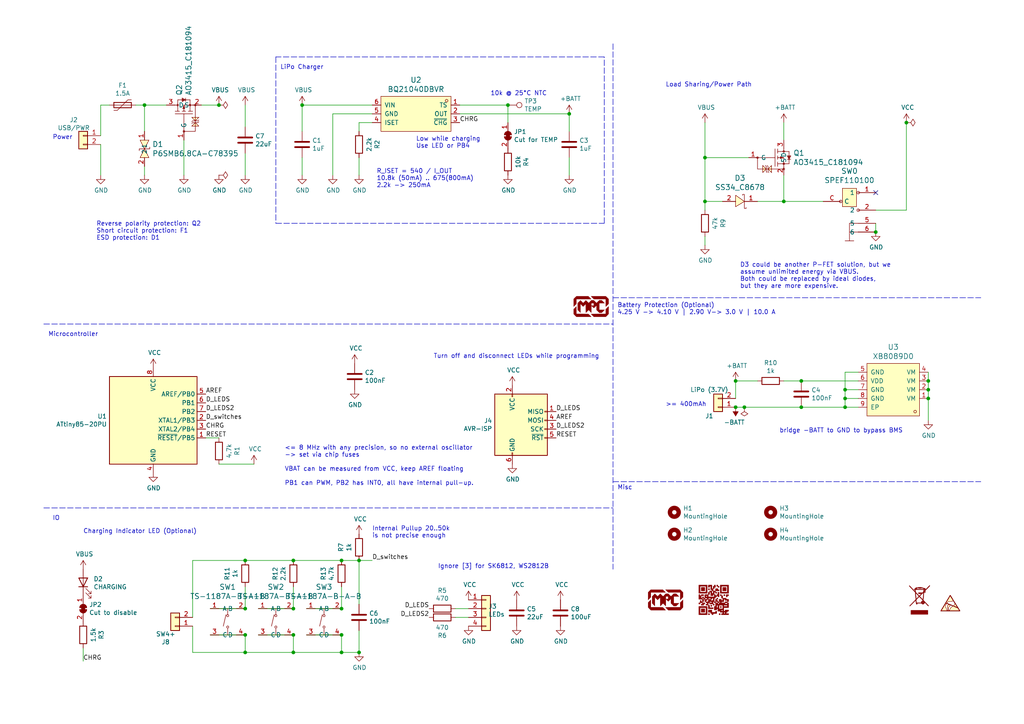
<source format=kicad_sch>
(kicad_sch (version 20211123) (generator eeschema)
  (paper "A4")
  (title_block (title "EasyLight") (date "2023-02-10") (rev "1.2") (company "MPC"))
  (lib_symbols
    (symbol "Connector:AVR-ISP-6" (pin_names (offset 1.016))
      (property "Reference" "J" (at -6.35 11.43 0))
      (property "Value" "AVR-ISP-6" (at 0 11.43 0))
      (symbol "AVR-ISP-6_1_1"
        (pin passive line (at 10.16 5.08 180) (length 2.54) (name "MISO") (number "1"))
        (pin passive line (at -2.54 12.7 270) (length 2.54) (name "VCC") (number "2"))
        (pin passive line (at 10.16 0 180) (length 2.54) (name "SCK") (number "3"))
        (pin passive line (at 10.16 2.54 180) (length 2.54) (name "MOSI") (number "4"))
        (pin passive line (at 10.16 -2.54 180) (length 2.54) (name "~{RST}") (number "5"))
        (pin passive line (at -2.54 -10.16 90) (length 2.54) (name "GND") (number "6"))
      )
    )
    (symbol "Connector:TestPoint" (pin_numbers hide) (pin_names (offset 0.762) hide)
      (property "Reference" "TP" (at 0 6.858 0))
      (property "Value" "TestPoint" (at 0 5.08 0))
      (symbol "TestPoint_1_1"
        (pin passive line (at 0 0 90) (length 2.54) (name "1") (number "1"))
      )
    )
    (symbol "Connector_Generic:Conn_01x02" (pin_names (offset 1.016) hide)
      (property "Reference" "J" (at 0 2.54 0))
      (property "Value" "Conn_01x02" (at 0 -5.08 0))
      (symbol "Conn_01x02_1_1"
        (pin passive line (at -5.08 0 0) (length 3.81) (name "Pin_1") (number "1"))
        (pin passive line (at -5.08 -2.54 0) (length 3.81) (name "Pin_2") (number "2"))
      )
    )
    (symbol "Connector_Generic:Conn_01x04" (pin_names (offset 1.016) hide)
      (property "Reference" "J" (at 0 5.08 0))
      (property "Value" "Conn_01x04" (at 0 -7.62 0))
      (symbol "Conn_01x04_1_1"
        (pin passive line (at -5.08 2.54 0) (length 3.81) (name "Pin_1") (number "1"))
        (pin passive line (at -5.08 0 0) (length 3.81) (name "Pin_2") (number "2"))
        (pin passive line (at -5.08 -2.54 0) (length 3.81) (name "Pin_3") (number "3"))
        (pin passive line (at -5.08 -5.08 0) (length 3.81) (name "Pin_4") (number "4"))
      )
    )
    (symbol "Device:C" (pin_numbers hide) (pin_names (offset 0.254))
      (property "Reference" "C" (at 0.635 2.54 0))
      (property "Value" "C" (at 0.635 -2.54 0))
      (symbol "C_1_1"
        (pin passive line (at 0 3.81 270) (length 2.794) (name "~") (number "1"))
        (pin passive line (at 0 -3.81 90) (length 2.794) (name "~") (number "2"))
      )
    )
    (symbol "Device:LED" (pin_numbers hide) (pin_names (offset 1.016) hide)
      (property "Reference" "D" (at 0 2.54 0))
      (property "Value" "LED" (at 0 -2.54 0))
      (symbol "LED_1_1"
        (pin passive line (at -3.81 0 0) (length 2.54) (name "K") (number "1"))
        (pin passive line (at 3.81 0 180) (length 2.54) (name "A") (number "2"))
      )
    )
    (symbol "Device:Polyfuse" (pin_numbers hide) (pin_names (offset 0))
      (property "Reference" "F" (at -2.54 0 90))
      (property "Value" "Polyfuse" (at 2.54 0 90))
      (symbol "Polyfuse_1_1"
        (pin passive line (at 0 3.81 270) (length 1.27) (name "~") (number "1"))
        (pin passive line (at 0 -3.81 90) (length 1.27) (name "~") (number "2"))
      )
    )
    (symbol "Device:R" (pin_numbers hide) (pin_names (offset 0))
      (property "Reference" "R" (at 2.032 0 90))
      (property "Value" "R" (at 0 0 90))
      (symbol "R_1_1"
        (pin passive line (at 0 3.81 270) (length 1.27) (name "~") (number "1"))
        (pin passive line (at 0 -3.81 90) (length 1.27) (name "~") (number "2"))
      )
    )
    (symbol "Graphic:SYM_ESD_Small" (pin_names (offset 1.016)))
    (symbol "Jumper:SolderJumper_2_Bridged" (pin_names (offset 0) hide)
      (property "Reference" "JP" (at 0 2.032 0))
      (property "Value" "SolderJumper_2_Bridged" (at 0 -2.54 0))
      (symbol "SolderJumper_2_Bridged_1_1"
        (pin passive line (at -3.81 0 0) (length 2.54) (name "A") (number "1"))
        (pin passive line (at 3.81 0 180) (length 2.54) (name "B") (number "2"))
      )
    )
    (symbol "LCSC:AO3415_C181094-LCSC" (pin_names (offset 1.016))
      (property "Reference" "Q" (at 0 10.16 0))
      (property "Value" "AO3415_C181094-LCSC" (at 0 -10.16 0))
      (symbol "AO3415_C181094-LCSC_1_1"
        (pin input line (at -5.08 0 0) (length 2.54) (name "G") (number "1"))
        (pin passive line (at 5.08 -5.08 90) (length 2.54) (name "S") (number "2"))
        (pin passive line (at 5.08 5.08 270) (length 2.54) (name "D") (number "3"))
      )
    )
    (symbol "LCSC:BQ21040DBVR-LCSC" (pin_names (offset 1.016))
      (property "Reference" "U" (at 0 7.62 0))
      (property "Value" "BQ21040DBVR-LCSC" (at 0 -7.62 0))
      (symbol "BQ21040DBVR-LCSC_1_1"
        (pin input line (at -12.7 2.54 0) (length 2.54) (name "TS") (number "1"))
        (pin power_out line (at -12.7 0 0) (length 2.54) (name "OUT") (number "2"))
        (pin open_collector line (at -12.7 -2.54 0) (length 2.54) (name "~{CHG}") (number "3"))
        (pin input line (at 12.7 -2.54 180) (length 2.54) (name "ISET") (number "4"))
        (pin power_in line (at 12.7 0 180) (length 2.54) (name "GND") (number "5"))
        (pin power_in line (at 12.7 2.54 180) (length 2.54) (name "VIN") (number "6"))
      )
    )
    (symbol "LCSC:P6SMB6.8CA-C78395-LCSC" (pin_names (offset 1.016))
      (property "Reference" "D" (at 0 5.08 0))
      (property "Value" "P6SMB6.8CA-C78395-LCSC" (at 0 -5.08 0))
      (symbol "P6SMB6.8CA-C78395-LCSC_1_1"
        (pin passive line (at -5.08 0 0) (length 2.54) (name "1") (number "1"))
        (pin passive line (at 5.08 0 180) (length 2.54) (name "2") (number "2"))
      )
    )
    (symbol "LCSC:SPEF110100-LCSC" (pin_names (offset 1.016))
      (property "Reference" "SW" (at 0 6.35 0))
      (property "Value" "SPEF110100-LCSC" (at 0 -15.24 0))
      (symbol "SPEF110100-LCSC_1_1"
        (pin passive line (at 7.62 1.27 180) (length 5.08) (name "1") (number "1"))
        (pin passive line (at 7.62 -3.81 180) (length 5.08) (name "2") (number "2"))
        (pin power_in line (at 7.62 -7.62 180) (length 5.08) (name "5") (number "5"))
        (pin power_in line (at 7.62 -10.16 180) (length 5.08) (name "6") (number "6"))
        (pin passive line (at -7.62 -1.27 0) (length 5.08) (name "C") (number "C"))
      )
    )
    (symbol "LCSC:SS34_C8678-LCSC" (pin_names (offset 1.016))
      (property "Reference" "D" (at 0 5.08 0))
      (property "Value" "SS34_C8678-LCSC" (at 0 -5.08 0))
      (symbol "SS34_C8678-LCSC_1_1"
        (pin passive line (at -5.08 0 0) (length 3.81) (name "~") (number "1"))
        (pin passive line (at 5.08 0 180) (length 3.81) (name "~") (number "2"))
      )
    )
    (symbol "LCSC:TS-1187A-B-A-B-LCSC" (pin_names (offset 1.016))
      (property "Reference" "SW" (at 0 7.62 0))
      (property "Value" "TS-1187A-B-A-B-LCSC" (at 0 -10.16 0))
      (symbol "TS-1187A-B-A-B-LCSC_1_1"
        (pin passive line (at -5.08 2.54 0) (length 2.54) (name "A") (number "1"))
        (pin passive line (at 5.08 2.54 180) (length 2.54) (name "B") (number "2"))
        (pin passive line (at -5.08 -5.08 0) (length 2.54) (name "C") (number "3"))
        (pin passive line (at 5.08 -5.08 180) (length 2.54) (name "D") (number "4"))
      )
    )
    (symbol "LCSC:XB8089D0-LCSC" (pin_names (offset 1.016))
      (property "Reference" "U" (at 0 10.16 0))
      (property "Value" "XB8089D0-LCSC" (at 0 -10.16 0))
      (symbol "XB8089D0-LCSC_1_1"
        (pin power_in line (at -10.16 2.54 0) (length 2.54) (name "VM") (number "1"))
        (pin power_in line (at -10.16 0 0) (length 2.54) (name "VM") (number "2"))
        (pin power_in line (at -10.16 -2.54 0) (length 2.54) (name "VM") (number "3"))
        (pin power_in line (at -10.16 -5.08 0) (length 2.54) (name "VM") (number "4"))
        (pin power_in line (at 10.16 -5.08 180) (length 2.54) (name "GND") (number "5"))
        (pin power_out line (at 10.16 -2.54 180) (length 2.54) (name "VDD") (number "6"))
        (pin power_in line (at 10.16 0 180) (length 2.54) (name "GND") (number "7"))
        (pin power_in line (at 10.16 2.54 180) (length 2.54) (name "GND") (number "8"))
        (pin power_in line (at 10.16 5.08 180) (length 2.54) (name "EP") (number "9"))
      )
    )
    (symbol "MCU_Microchip_ATtiny:ATtiny85-20P"
      (property "Reference" "U" (at -12.7 13.97 0))
      (property "Value" "ATtiny85-20P" (at 2.54 -13.97 0))
      (symbol "ATtiny85-20P_1_1"
        (pin bidirectional line (at 15.24 -5.08 180) (length 2.54) (name "~{RESET}/PB5") (number "1"))
        (pin bidirectional line (at 15.24 0 180) (length 2.54) (name "XTAL1/PB3") (number "2"))
        (pin bidirectional line (at 15.24 -2.54 180) (length 2.54) (name "XTAL2/PB4") (number "3"))
        (pin power_in line (at 0 -15.24 90) (length 2.54) (name "GND") (number "4"))
        (pin bidirectional line (at 15.24 7.62 180) (length 2.54) (name "AREF/PB0") (number "5"))
        (pin bidirectional line (at 15.24 5.08 180) (length 2.54) (name "PB1") (number "6"))
        (pin bidirectional line (at 15.24 2.54 180) (length 2.54) (name "PB2") (number "7"))
        (pin power_in line (at 0 15.24 270) (length 2.54) (name "VCC") (number "8"))
      )
    )
    (symbol "Mechanical:MountingHole" (pin_names (offset 1.016))
      (property "Reference" "H" (at 0 5.08 0))
      (property "Value" "MountingHole" (at 0 3.175 0))
    )
    (symbol "ModischFabrications:LOGO" (pin_names (offset 1.016)))
    (symbol "ModischFabrications:LOGO-MPC" (pin_names (offset 1.016)))
    (symbol "ModischFabrications:LOGO-WEEEE" (pin_names (offset 1.016)))
    (symbol "power:+BATT" (power) (pin_names (offset 0))
      (property "Value" "+BATT" (at 0 3.556 0))
      (symbol "+BATT_1_1"
        (pin power_in line (at 0 0 90) (length 0) hide (name "+BATT") (number "1"))
      )
    )
    (symbol "power:-BATT" (power) (pin_names (offset 0))
      (property "Value" "-BATT" (at 0 3.556 0))
      (symbol "-BATT_1_1"
        (pin power_in line (at 0 0 90) (length 0) hide (name "-BATT") (number "1"))
      )
    )
    (symbol "power:GND" (power) (pin_names (offset 0))
      (property "Value" "GND" (at 0 -3.81 0))
      (symbol "GND_1_1"
        (pin power_in line (at 0 0 270) (length 0) hide (name "GND") (number "1"))
      )
    )
    (symbol "power:PWR_FLAG" (power) (pin_numbers hide) (pin_names (offset 0) hide)
      (property "Value" "PWR_FLAG" (at 0 3.81 0))
      (symbol "PWR_FLAG_0_0"
        (pin power_out line (at 0 0 90) (length 0) (name "pwr") (number "1"))
      )
    )
    (symbol "power:VBUS" (power) (pin_names (offset 0))
      (property "Value" "VBUS" (at 0 3.81 0))
      (symbol "VBUS_1_1"
        (pin power_in line (at 0 0 90) (length 0) hide (name "VBUS") (number "1"))
      )
    )
    (symbol "power:VCC" (power) (pin_names (offset 0))
      (property "Value" "VCC" (at 0 3.81 0))
      (symbol "VCC_1_1"
        (pin power_in line (at 0 0 90) (length 0) hide (name "VCC") (number "1"))
      )
    )
  )
  (junction (at 87.63 30.48))
  (junction (at 104.14 189.23))
  (junction (at 99.06 189.23))
  (junction (at 85.09 176.53))
  (junction (at 63.5 30.48))
  (junction (at 71.12 176.53))
  (junction (at 245.11 115.57))
  (junction (at 245.11 113.03))
  (junction (at 165.1 33.02))
  (junction (at 262.89 35.56))
  (junction (at 245.11 118.11))
  (junction (at 41.91 30.48))
  (junction (at 269.24 113.03))
  (junction (at 254 67.31))
  (junction (at 227.33 58.42))
  (junction (at 85.09 189.23))
  (junction (at 213.36 110.49))
  (junction (at 213.36 118.11))
  (junction (at 71.12 162.56))
  (junction (at 232.41 118.11))
  (junction (at 99.06 162.56))
  (junction (at 269.24 110.49))
  (junction (at 85.09 162.56))
  (junction (at 215.9 118.11))
  (junction (at 232.41 110.49))
  (junction (at 204.47 58.42))
  (junction (at 104.14 162.56))
  (junction (at 269.24 115.57))
  (junction (at 147.32 30.48))
  (junction (at 99.06 184.15))
  (junction (at 85.09 184.15))
  (junction (at 204.47 45.72))
  (junction (at 99.06 176.53))
  (junction (at 71.12 189.23))
  (junction (at 71.12 184.15))
  (no_connect (at 254 55.88))
  (wire (pts (xy 204.47 35.56) (xy 204.47 45.72)))
  (wire (pts (xy 85.09 176.53) (xy 85.09 170.18)))
  (wire (pts (xy 88.9 184.15) (xy 99.06 184.15)))
  (wire (pts (xy 204.47 58.42) (xy 209.55 58.42)))
  (wire (pts (xy 99.06 170.18) (xy 99.06 176.53)))
  (wire (pts (xy 85.09 189.23) (xy 99.06 189.23)))
  (wire (pts (xy 213.36 110.49) (xy 213.36 115.57)))
  (wire (pts (xy 269.24 115.57) (xy 269.24 121.92)))
  (wire (pts (xy 132.08 179.07) (xy 135.89 179.07)))
  (wire (pts (xy 85.09 162.56) (xy 71.12 162.56)))
  (wire (pts (xy 63.5 127) (xy 59.69 127)))
  (polyline (pts (xy 175.26 16.51) (xy 80.01 16.51)))
  (wire (pts (xy 55.88 162.56) (xy 71.12 162.56)))
  (wire (pts (xy 227.33 35.56) (xy 227.33 40.64)))
  (wire (pts (xy 85.09 176.53) (xy 74.93 176.53)))
  (wire (pts (xy 60.96 184.15) (xy 71.12 184.15)))
  (polyline (pts (xy 80.01 64.77) (xy 175.26 64.77)))
  (wire (pts (xy 248.92 118.11) (xy 245.11 118.11)))
  (wire (pts (xy 99.06 162.56) (xy 85.09 162.56)))
  (wire (pts (xy 74.93 184.15) (xy 85.09 184.15)))
  (wire (pts (xy 132.08 176.53) (xy 135.89 176.53)))
  (wire (pts (xy 104.14 38.1) (xy 104.14 35.56)))
  (wire (pts (xy 227.33 50.8) (xy 227.33 58.42)))
  (wire (pts (xy 104.14 35.56) (xy 107.95 35.56)))
  (wire (pts (xy 232.41 110.49) (xy 248.92 110.49)))
  (wire (pts (xy 165.1 38.1) (xy 165.1 33.02)))
  (wire (pts (xy 104.14 162.56) (xy 99.06 162.56)))
  (wire (pts (xy 60.96 176.53) (xy 71.12 176.53)))
  (wire (pts (xy 104.14 162.56) (xy 104.14 175.26)))
  (wire (pts (xy 53.34 50.8) (xy 53.34 40.64)))
  (wire (pts (xy 96.52 33.02) (xy 107.95 33.02)))
  (wire (pts (xy 227.33 58.42) (xy 238.76 58.42)))
  (wire (pts (xy 248.92 115.57) (xy 245.11 115.57)))
  (wire (pts (xy 248.92 113.03) (xy 245.11 113.03)))
  (polyline (pts (xy 175.26 64.77) (xy 175.26 16.51)))
  (wire (pts (xy 104.14 50.8) (xy 104.14 45.72)))
  (wire (pts (xy 87.63 45.72) (xy 87.63 50.8)))
  (wire (pts (xy 71.12 36.83) (xy 71.12 30.48)))
  (wire (pts (xy 245.11 115.57) (xy 245.11 113.03)))
  (wire (pts (xy 262.89 60.96) (xy 254 60.96)))
  (wire (pts (xy 227.33 110.49) (xy 232.41 110.49)))
  (wire (pts (xy 85.09 184.15) (xy 85.09 189.23)))
  (wire (pts (xy 55.88 189.23) (xy 55.88 181.61)))
  (wire (pts (xy 41.91 50.8) (xy 41.91 48.26)))
  (wire (pts (xy 269.24 107.95) (xy 269.24 110.49)))
  (wire (pts (xy 55.88 179.07) (xy 55.88 162.56)))
  (polyline (pts (xy 80.01 16.51) (xy 80.01 64.77)))
  (wire (pts (xy 269.24 110.49) (xy 269.24 113.03)))
  (wire (pts (xy 147.32 30.48) (xy 147.32 35.56)))
  (wire (pts (xy 104.14 182.88) (xy 104.14 189.23)))
  (wire (pts (xy 204.47 60.96) (xy 204.47 58.42)))
  (wire (pts (xy 99.06 189.23) (xy 104.14 189.23)))
  (wire (pts (xy 99.06 184.15) (xy 99.06 189.23)))
  (wire (pts (xy 71.12 50.8) (xy 71.12 44.45)))
  (wire (pts (xy 87.63 38.1) (xy 87.63 30.48)))
  (wire (pts (xy 245.11 118.11) (xy 245.11 115.57)))
  (wire (pts (xy 41.91 30.48) (xy 48.26 30.48)))
  (wire (pts (xy 71.12 170.18) (xy 71.12 176.53)))
  (polyline (pts (xy 177.8 86.36) (xy 284.48 86.36)))
  (wire (pts (xy 71.12 184.15) (xy 71.12 189.23)))
  (wire (pts (xy 213.36 118.11) (xy 215.9 118.11)))
  (wire (pts (xy 227.33 58.42) (xy 219.71 58.42)))
  (wire (pts (xy 96.52 33.02) (xy 96.52 50.8)))
  (wire (pts (xy 88.9 176.53) (xy 99.06 176.53)))
  (polyline (pts (xy 12.7 147.32) (xy 177.8 147.32)))
  (wire (pts (xy 232.41 118.11) (xy 245.11 118.11)))
  (wire (pts (xy 204.47 45.72) (xy 204.47 58.42)))
  (wire (pts (xy 254 67.31) (xy 254 64.77)))
  (wire (pts (xy 104.14 162.56) (xy 107.95 162.56)))
  (wire (pts (xy 29.21 41.91) (xy 29.21 50.8)))
  (wire (pts (xy 71.12 189.23) (xy 85.09 189.23)))
  (wire (pts (xy 24.13 187.96) (xy 24.13 191.77)))
  (wire (pts (xy 39.37 30.48) (xy 41.91 30.48)))
  (wire (pts (xy 262.89 35.56) (xy 262.89 60.96)))
  (wire (pts (xy 217.17 45.72) (xy 204.47 45.72)))
  (polyline (pts (xy 12.7 93.98) (xy 177.8 93.98)))
  (wire (pts (xy 29.21 30.48) (xy 29.21 39.37)))
  (wire (pts (xy 213.36 110.49) (xy 219.71 110.49)))
  (wire (pts (xy 63.5 134.62) (xy 73.66 134.62)))
  (wire (pts (xy 133.35 30.48) (xy 147.32 30.48)))
  (wire (pts (xy 269.24 113.03) (xy 269.24 115.57)))
  (polyline (pts (xy 177.8 12.7) (xy 177.8 165.1)))
  (wire (pts (xy 204.47 71.12) (xy 204.47 68.58)))
  (wire (pts (xy 58.42 30.48) (xy 63.5 30.48)))
  (polyline (pts (xy 177.8 139.7) (xy 284.48 139.7)))
  (wire (pts (xy 41.91 30.48) (xy 41.91 38.1)))
  (wire (pts (xy 29.21 30.48) (xy 31.75 30.48)))
  (wire (pts (xy 248.92 107.95) (xy 245.11 107.95)))
  (wire (pts (xy 165.1 45.72) (xy 165.1 50.8)))
  (wire (pts (xy 215.9 118.11) (xy 232.41 118.11)))
  (wire (pts (xy 133.35 33.02) (xy 165.1 33.02)))
  (wire (pts (xy 71.12 189.23) (xy 55.88 189.23)))
  (wire (pts (xy 245.11 107.95) (xy 245.11 113.03)))
  (wire (pts (xy 87.63 30.48) (xy 107.95 30.48)))
  (text "Microcontroller" (at 13.97 97.79 0) (effects (font (size 1.27 1.27)) (justify left bottom)))
  (text "Reverse polarity protection: Q2 \nShort circuit protection: F1\nESD protection: D1" (at 27.94 69.85 0) (effects (font (size 1.27 1.27)) (justify left bottom)))
  (text "Turn off and disconnect LEDs while programming" (at 125.73 104.14 0) (effects (font (size 1.27 1.27)) (justify left bottom)))
  (text "LiPo Charger" (at 81.28 20.32 0) (effects (font (size 1.27 1.27)) (justify left bottom)))
  (text "Power" (at 15.24 40.64 0) (effects (font (size 1.27 1.27)) (justify left bottom)))
  (text "<= 8 MHz with any precision, so no external oscillator\n-> set via chip fuses\n\nVBAT can be measured from VCC, keep AREF floating\n\nPB1 can PWM, PB2 has INT0, all have internal pull-up. " (at 82.55 140.97 0) (effects (font (size 1.27 1.27)) (justify left bottom)))
  (text "D3 could be another P-FET solution, but we \nassume unlimited energy via VBUS.\nBoth could be replaced by ideal diodes, \nbut they are more expensive." (at 214.63 83.82 0) (effects (font (size 1.27 1.27)) (justify left bottom)))
  (text "bridge -BATT to GND to bypass BMS" (at 226.06 125.73 0) (effects (font (size 1.27 1.27)) (justify left bottom)))
  (text "Internal Pullup 20..50k \nis not precise enough" (at 107.95 156.21 0) (effects (font (size 1.27 1.27)) (justify left bottom)))
  (text "Low while charging\nUse LED or PB4" (at 120.65 43.18 0) (effects (font (size 1.27 1.27)) (justify left bottom)))
  (text ">= 400mAh" (at 193.04 118.11 0) (effects (font (size 1.27 1.27)) (justify left bottom)))
  (text "IO" (at 15.24 151.13 0) (effects (font (size 1.27 1.27)) (justify left bottom)))
  (text "Battery Protection (Optional)\n4.25 V -> 4.10 V | 2.90 V-> 3.0 V | 10.0 A" (at 179.07 91.44 0) (effects (font (size 1.27 1.27)) (justify left bottom)))
  (text "10k @ 25°C NTC" (at 142.24 27.94 0) (effects (font (size 1.27 1.27)) (justify left bottom)))
  (text "Load Sharing/Power Path" (at 193.04 25.4 0) (effects (font (size 1.27 1.27)) (justify left bottom)))
  (text "Ignore [3] for SK6812, WS2812B" (at 127 165.1 0) (effects (font (size 1.27 1.27)) (justify left bottom)))
  (text "Charging Indicator LED (Optional)" (at 24.13 154.94 0) (effects (font (size 1.27 1.27)) (justify left bottom)))
  (text "R_ISET = 540 / I_OUT\n10.8k (50mA) .. 675(800mA)\n2.2k -> 250mA" (at 109.22 54.61 0) (effects (font (size 1.27 1.27)) (justify left bottom)))
  (text "Misc" (at 179.07 142.24 0) (effects (font (size 1.27 1.27)) (justify left bottom)))
  (label "D_LEDS2" (at 59.69 119.38 0))
  (label "D_LEDS" (at 161.29 119.38 0))
  (label "AREF" (at 161.29 121.92 0))
  (label "D_LEDS2" (at 161.29 124.46 0))
  (label "D_LEDS" (at 59.69 116.84 0))
  (label "CHRG" (at 24.13 191.77 0))
  (label "CHRG" (at 133.35 35.56 0))
  (label "RESET" (at 161.29 127 0))
  (label "AREF" (at 59.69 114.3 0))
  (label "RESET" (at 59.69 127 0))
  (label "D_switches" (at 59.69 121.92 0))
  (label "D_switches" (at 107.95 162.56 0))
  (label "CHRG" (at 59.69 124.46 0))
  (label "D_LEDS" (at 124.46 176.53 180))
  (label "D_LEDS2" (at 124.46 179.07 180))
  (symbol (lib_id "Mechanical:MountingHole") (at 195.58 148.59 0) (unit 1)
    (property "Reference" "H1" (at 198.12 147.4216 0) (effects (justify left)))
    (property "Value" "MountingHole" (at 198.12 149.733 0) (effects (justify left)))
    (property "Footprint" "ModischFabrications:MountingHole_3.2mm_M3_Pad_Via_NC" (effects hide))
  )
  (symbol (lib_id "Connector_Generic:Conn_01x02") (at 24.13 39.37 0) (mirror y) (unit 1)
    (property "Reference" "J2" (at 21.3868 34.7726 0))
    (property "Value" "USB/PWR" (at 21.3868 37.084 0))
    (property "Footprint" "Connector_JST:JST_XH_B2B-XH-A_1x02_P2.50mm_Vertical" (effects hide))
    (property "LCSC Part" "C158012" (effects hide))
    (property "JLC Part" "Extended Part" (effects hide))
  )
  (symbol (lib_id "Device:C") (at 102.87 109.22 0) (unit 1)
    (property "Reference" "C2" (at 105.791 108.0516 0) (effects (justify left)))
    (property "Value" "100nF" (at 105.791 110.363 0) (effects (justify left)))
    (property "Footprint" "Capacitor_SMD:C_0603_1608Metric" (effects hide))
    (property "LCSC Part" "C14663" (effects hide))
    (property "JLC Part" "Basic Part" (effects hide))
  )
  (symbol (lib_id "power:VCC") (at 262.89 35.56 0) (unit 1)
    (property "Reference" "#PWR0102" (effects hide))
    (property "Value" "VCC" (at 263.271 31.1658 0))
  )
  (symbol (lib_id "power:VBUS") (at 204.47 35.56 0) (unit 1)
    (property "Reference" "#PWR0103" (effects hide))
    (property "Value" "VBUS" (at 204.851 31.1658 0))
  )
  (symbol (lib_id "Device:Polyfuse") (at 35.56 30.48 270) (unit 1)
    (property "Reference" "F1" (at 35.56 24.765 90))
    (property "Value" "1.5A" (at 35.56 27.0764 90))
    (property "Footprint" "Fuse:Fuse_1206_3216Metric_Pad1.42x1.75mm_HandSolder" (effects hide))
    (property "Datasheet" "https://jlcpcb.com/partdetail/Bhfuse-BSMD1206_15016V/C883133" (effects hide))
    (property "LCSC Part" "C883133" (effects hide))
    (property "JLC Part" "Extended Part" (effects hide))
  )
  (symbol (lib_id "power:GND") (at 29.21 50.8 0) (unit 1)
    (property "Reference" "#PWR0105" (effects hide))
    (property "Value" "GND" (at 29.337 55.1942 0))
  )
  (symbol (lib_id "Connector_Generic:Conn_01x02") (at 208.28 118.11 180) (unit 1)
    (property "Reference" "J1" (at 205.74 120.65 0))
    (property "Value" "LiPo (3.7V)" (at 205.74 113.03 0))
    (property "Footprint" "Connector_JST:JST_XH_B2B-XH-A_1x02_P2.50mm_Vertical" (effects hide))
    (property "LCSC Part" "C158012" (effects hide))
    (property "JLC Part" "Extended Part" (effects hide))
  )
  (symbol (lib_id "power:VCC") (at 102.87 105.41 0) (unit 1)
    (property "Reference" "#PWR0118" (effects hide))
    (property "Value" "VCC" (at 103.251 101.0158 0))
  )
  (symbol (lib_id "power:GND") (at 102.87 113.03 0) (unit 1)
    (property "Reference" "#PWR0119" (effects hide))
    (property "Value" "GND" (at 102.997 117.4242 0))
  )
  (symbol (lib_id "power:VCC") (at 44.45 106.68 0) (unit 1)
    (property "Reference" "#PWR0113" (effects hide))
    (property "Value" "VCC" (at 44.831 102.2858 0))
  )
  (symbol (lib_id "power:GND") (at 44.45 137.16 0) (unit 1)
    (property "Reference" "#PWR0114" (effects hide))
    (property "Value" "GND" (at 44.577 141.5542 0))
  )
  (symbol (lib_id "Device:R") (at 63.5 130.81 180) (unit 1)
    (property "Reference" "R1" (at 68.7578 130.81 90))
    (property "Value" "4.7k" (at 66.4464 130.81 90))
    (property "Footprint" "Resistor_SMD:R_0603_1608Metric_Pad0.98x0.95mm_HandSolder" (effects hide))
    (property "LCSC Part" "C23162" (effects hide))
    (property "JLC Part" "Basic Part" (effects hide))
  )
  (symbol (lib_id "power:VCC") (at 73.66 134.62 0) (unit 1)
    (property "Reference" "#PWR0115" (effects hide))
    (property "Value" "VCC" (at 74.041 130.2258 0))
  )
  (symbol (lib_id "MCU_Microchip_ATtiny:ATtiny85-20P") (at 44.45 121.92 0) (unit 1)
    (property "Reference" "U1" (at 31.0134 120.7516 0) (effects (justify right)))
    (property "Value" "ATtiny85-20PU" (at 31.0134 123.063 0) (effects (justify right)))
    (property "Footprint" "Package_DIP:DIP-8_W7.62mm" (effects hide))
    (property "Datasheet" "http://ww1.microchip.com/downloads/en/DeviceDoc/atmel-2586-avr-8-bit-microcontroller-attiny25-attiny45-attiny85_datasheet.pdf" (effects hide))
    (property "LCSC Part" "C965497" (effects hide))
    (property "JLC Part" "Extended Part" (effects hide))
  )
  (symbol (lib_id "power:GND") (at 63.5 50.8 0) (unit 1)
    (property "Reference" "#PWR0117" (effects hide))
    (property "Value" "GND" (at 63.627 55.1942 0))
  )
  (symbol (lib_id "Mechanical:MountingHole") (at 195.58 154.94 0) (unit 1)
    (property "Reference" "H2" (at 198.12 153.7716 0) (effects (justify left)))
    (property "Value" "MountingHole" (at 198.12 156.083 0) (effects (justify left)))
    (property "Footprint" "ModischFabrications:MountingHole_3.2mm_M3_Pad_Via_NC" (effects hide))
  )
  (symbol (lib_id "Device:C") (at 87.63 41.91 0) (unit 1)
    (property "Reference" "C1" (at 90.551 40.7416 0) (effects (justify left)))
    (property "Value" "1uF" (at 90.551 43.053 0) (effects (justify left)))
    (property "Footprint" "Capacitor_SMD:C_0603_1608Metric" (effects hide))
    (property "LCSC Part" "C15849" (effects hide))
    (property "JLC Part" "Basic Part" (effects hide))
  )
  (symbol (lib_id "LCSC:XB8089D0-LCSC") (at 259.08 113.03 180) (unit 1)
    (property "Reference" "U3" (at 259.08 100.6602 0) (effects (font (size 1.524 1.524))))
    (property "Value" "XB8089D0" (at 259.08 103.3526 0) (effects (font (size 1.524 1.524))))
    (property "Footprint" "Package_SO:SOIC-8-1EP_3.9x4.9mm_P1.27mm_EP2.514x3.2mm" (effects hide))
    (property "Datasheet" "https://www.lcsc.com/product-detail/Battery-Management-ICs_XySemi-XB8089D0_C2760005.html" (effects hide))
    (property "Manufacturer" "xysemi(赛芯微)" (effects hide))
    (property "LCSC Part" "C2760005" (effects hide))
    (property "JLC Part" "Extended Part" (effects hide))
  )
  (symbol (lib_id "Device:R") (at 223.52 110.49 270) (unit 1)
    (property "Reference" "R10" (at 223.52 105.2322 90))
    (property "Value" "1k" (at 223.52 107.5436 90))
    (property "Footprint" "Resistor_SMD:R_0603_1608Metric_Pad0.98x0.95mm_HandSolder" (effects hide))
    (property "LCSC Part" "C21190" (effects hide))
    (property "JLC Part" "Basic Part" (effects hide))
  )
  (symbol (lib_id "LCSC:BQ21040DBVR-LCSC") (at 120.65 33.02 0) (mirror y) (unit 1)
    (property "Reference" "U2" (at 120.65 23.1902 0) (effects (font (size 1.524 1.524))))
    (property "Value" "BQ21040DBVR" (at 120.65 25.8826 0) (effects (font (size 1.524 1.524))))
    (property "Footprint" "LCSC:SOT-23-6_L2.9-W1.6-P0.95-LS2.8-BR" (effects hide))
    (property "Datasheet" "https://lcsc.com/product-detail/PMIC-Battery-Management_TI_BQ21040DBVR_BQ21040DBVR_C202311.html" (effects hide))
    (property "Manufacturer" "TI(德州仪器)" (effects hide))
    (property "LCSC Part" "C202311" (effects hide))
    (property "JLC Part" "Extended Part" (effects hide))
  )
  (symbol (lib_id "LCSC:AO3415_C181094-LCSC") (at 222.25 45.72 0) (unit 1)
    (property "Reference" "Q1" (at 230.0732 44.3738 0) (effects (font (size 1.524 1.524)) (justify left)))
    (property "Value" "AO3415_C181094" (at 230.0732 47.0662 0) (effects (font (size 1.524 1.524)) (justify left)))
    (property "Footprint" "Package_TO_SOT_SMD:SOT-23-3" (effects hide))
    (property "Datasheet" "https://lcsc.com/product-detail/MOSFET_AO3415_C181094.html" (effects hide))
    (property "Manufacturer" "Hottech(合科泰)" (effects hide))
    (property "LCSC Part" "C181094" (effects hide))
    (property "JLC Part" "Extended Part" (effects hide))
  )
  (symbol (lib_id "Device:C") (at 232.41 114.3 0) (unit 1)
    (property "Reference" "C4" (at 235.331 113.1316 0) (effects (justify left)))
    (property "Value" "100nF" (at 235.331 115.443 0) (effects (justify left)))
    (property "Footprint" "Capacitor_SMD:C_0603_1608Metric" (effects hide))
    (property "LCSC Part" "C14663" (effects hide))
    (property "JLC Part" "Basic Part" (effects hide))
  )
  (symbol (lib_id "LCSC:SS34_C8678-LCSC") (at 214.63 58.42 180) (unit 1)
    (property "Reference" "D3" (at 214.63 51.6382 0) (effects (font (size 1.524 1.524))))
    (property "Value" "SS34_C8678" (at 214.63 54.3306 0) (effects (font (size 1.524 1.524))))
    (property "Footprint" "LCSC:SMA_L4.3-W2.6-LS5.2-RD" (effects hide))
    (property "Datasheet" "https://lcsc.com/product-detail/Schottky-Barrier-Diodes-SBD_SS34_C8678.html" (effects hide))
    (property "Manufacturer" "MDD" (effects hide))
    (property "LCSC Part" "C8678" (effects hide))
    (property "JLC Part" "Basic Part" (effects hide))
  )
  (symbol (lib_id "power:GND") (at 96.52 50.8 0) (unit 1)
    (property "Reference" "#PWR04" (effects hide))
    (property "Value" "GND" (at 96.647 55.1942 0))
  )
  (symbol (lib_id "Device:R") (at 104.14 41.91 180) (unit 1)
    (property "Reference" "R2" (at 109.3978 41.91 90))
    (property "Value" "2.2k" (at 107.0864 41.91 90))
    (property "Footprint" "Resistor_SMD:R_0603_1608Metric_Pad0.98x0.95mm_HandSolder" (effects hide))
    (property "LCSC Part" "C4190" (effects hide))
    (property "JLC Part" "Basic Part" (effects hide))
  )
  (symbol (lib_id "power:GND") (at 104.14 50.8 0) (unit 1)
    (property "Reference" "#PWR05" (effects hide))
    (property "Value" "GND" (at 104.267 55.1942 0))
  )
  (symbol (lib_id "power:GND") (at 87.63 50.8 0) (unit 1)
    (property "Reference" "#PWR03" (effects hide))
    (property "Value" "GND" (at 87.757 55.1942 0))
  )
  (symbol (lib_id "Device:LED") (at 24.13 168.91 90) (unit 1)
    (property "Reference" "D2" (at 27.1272 167.9194 90) (effects (justify right)))
    (property "Value" "CHARGING" (at 27.1272 170.2308 90) (effects (justify right)))
    (property "Footprint" "LED_SMD:LED_0603_1608Metric_Pad1.05x0.95mm_HandSolder" (effects hide))
    (property "JLC Part" "Basic Part" (effects hide))
    (property "LCSC Part" "C72043" (effects hide))
  )
  (symbol (lib_id "LCSC:AO3415_C181094-LCSC") (at 53.34 35.56 90) (unit 1)
    (property "Reference" "Q2" (at 51.9938 27.7368 0) (effects (font (size 1.524 1.524)) (justify left)))
    (property "Value" "AO3415_C181094" (at 54.6862 27.7368 0) (effects (font (size 1.524 1.524)) (justify left)))
    (property "Footprint" "Package_TO_SOT_SMD:SOT-23-3" (effects hide))
    (property "Datasheet" "https://lcsc.com/product-detail/MOSFET_AO3415_C181094.html" (effects hide))
    (property "Manufacturer" "Hottech(合科泰)" (effects hide))
    (property "LCSC Part" "C181094" (effects hide))
    (property "JLC Part" "Extended Part" (effects hide))
  )
  (symbol (lib_id "Device:R") (at 24.13 184.15 180) (unit 1)
    (property "Reference" "R3" (at 29.3878 184.15 90))
    (property "Value" "1.5k" (at 27.0764 184.15 90))
    (property "Footprint" "Resistor_SMD:R_0603_1608Metric_Pad0.98x0.95mm_HandSolder" (effects hide))
    (property "LCSC Part" "C22843" (effects hide))
    (property "JLC Part" "Basic Part" (effects hide))
  )
  (symbol (lib_id "power:GND") (at 53.34 50.8 0) (unit 1)
    (property "Reference" "#PWR0116" (effects hide))
    (property "Value" "GND" (at 53.467 55.1942 0))
  )
  (symbol (lib_id "power:GND") (at 269.24 121.92 0) (unit 1)
    (property "Reference" "#PWR013" (effects hide))
    (property "Value" "GND" (at 269.367 126.3142 0))
  )
  (symbol (lib_id "Mechanical:MountingHole") (at 223.52 148.59 0) (unit 1)
    (property "Reference" "H3" (at 226.06 147.4216 0) (effects (justify left)))
    (property "Value" "MountingHole" (at 226.06 149.733 0) (effects (justify left)))
    (property "Footprint" "ModischFabrications:MountingHole_3.2mm_M3_Pad_Via_NC" (effects hide))
  )
  (symbol (lib_id "Connector:TestPoint") (at 147.32 30.48 270) (unit 1)
    (property "Reference" "TP3" (at 152.0952 29.3116 90) (effects (justify left)))
    (property "Value" "TEMP" (at 152.0952 31.623 90) (effects (justify left)))
    (property "Footprint" "TestPoint:TestPoint_THTPad_D2.0mm_Drill1.0mm" (effects hide))
  )
  (symbol (lib_id "Device:R") (at 147.32 46.99 180) (unit 1)
    (property "Reference" "R4" (at 152.5778 46.99 90))
    (property "Value" "10k" (at 150.2664 46.99 90))
    (property "Footprint" "Resistor_SMD:R_0603_1608Metric_Pad0.98x0.95mm_HandSolder" (effects hide))
    (property "LCSC Part" "C25804" (effects hide))
    (property "JLC Part" "Basic Part" (effects hide))
  )
  (symbol (lib_id "power:GND") (at 147.32 50.8 0) (unit 1)
    (property "Reference" "#PWR07" (effects hide))
    (property "Value" "GND" (at 147.447 55.1942 0))
  )
  (symbol (lib_id "Jumper:SolderJumper_2_Bridged") (at 147.32 39.37 270) (unit 1)
    (property "Reference" "JP1" (at 149.0472 38.2016 90) (effects (justify left)))
    (property "Value" "Cut for TEMP" (at 149.0472 40.513 90) (effects (justify left)))
    (property "Footprint" "Jumper:SolderJumper-2_P1.3mm_Bridged_RoundedPad1.0x1.5mm" (effects hide))
  )
  (symbol (lib_id "LCSC:P6SMB6.8CA-C78395-LCSC") (at 41.91 43.18 270) (unit 1)
    (property "Reference" "D1" (at 44.1452 41.8338 90) (effects (font (size 1.524 1.524)) (justify left)))
    (property "Value" "P6SMB6.8CA-C78395" (at 44.1452 44.5262 90) (effects (font (size 1.524 1.524)) (justify left)))
    (property "Footprint" "LCSC:SMB_L4.6-W3.6-LS5.3-BI" (effects hide))
    (property "Datasheet" "https://lcsc.com/product-detail/TVS_P6SMB6-8CA_C78395.html" (effects hide))
    (property "Manufacturer" "Brightking(君耀电子)" (effects hide))
    (property "LCSC Part" "C78395" (effects hide))
    (property "JLC Part" "Basic Part" (effects hide))
  )
  (symbol (lib_id "power:GND") (at 41.91 50.8 0) (unit 1)
    (property "Reference" "#PWR015" (effects hide))
    (property "Value" "GND" (at 42.037 55.1942 0))
  )
  (symbol (lib_id "Device:R") (at 104.14 158.75 0) (unit 1)
    (property "Reference" "R7" (at 98.8822 158.75 90))
    (property "Value" "1k" (at 101.1936 158.75 90))
    (property "Footprint" "Resistor_SMD:R_0603_1608Metric_Pad0.98x0.95mm_HandSolder" (effects hide))
    (property "LCSC Part" "C21190" (effects hide))
    (property "JLC Part" "Basic Part" (effects hide))
  )
  (symbol (lib_id "Device:C") (at 165.1 41.91 0) (unit 1)
    (property "Reference" "C3" (at 168.021 40.7416 0) (effects (justify left)))
    (property "Value" "1uF" (at 168.021 43.053 0) (effects (justify left)))
    (property "Footprint" "Capacitor_SMD:C_0603_1608Metric" (effects hide))
    (property "LCSC Part" "C15849" (effects hide))
    (property "JLC Part" "Basic Part" (effects hide))
  )
  (symbol (lib_id "power:GND") (at 165.1 50.8 0) (unit 1)
    (property "Reference" "#PWR010" (effects hide))
    (property "Value" "GND" (at 165.227 55.1942 0))
  )
  (symbol (lib_id "power:VCC") (at 104.14 154.94 0) (unit 1)
    (property "Reference" "#PWR0120" (effects hide))
    (property "Value" "VCC" (at 104.521 150.5458 0))
  )
  (symbol (lib_id "Device:R") (at 204.47 64.77 180) (unit 1)
    (property "Reference" "R9" (at 209.7278 64.77 90))
    (property "Value" "47k" (at 207.4164 64.77 90))
    (property "Footprint" "Resistor_SMD:R_0603_1608Metric_Pad0.98x0.95mm_HandSolder" (effects hide))
    (property "LCSC Part" "C25819" (effects hide))
    (property "JLC Part" "Basic Part" (effects hide))
  )
  (symbol (lib_id "power:GND") (at 204.47 71.12 0) (unit 1)
    (property "Reference" "#PWR011" (effects hide))
    (property "Value" "GND" (at 204.597 75.5142 0))
  )
  (symbol (lib_id "LCSC:TS-1187A-B-A-B-LCSC") (at 93.98 179.07 0) (unit 1)
    (property "Reference" "SW3" (at 93.98 170.2562 0) (effects (font (size 1.524 1.524))))
    (property "Value" "TS-1187A-B-A-B" (at 93.98 172.9486 0) (effects (font (size 1.524 1.524))))
    (property "Footprint" "LCSC:SW-SMD_4P-L5.1-W5.1-P3.70-LS6.5-TL-2" (effects hide))
    (property "Datasheet" "https://lcsc.com/product-detail/Tactile-Switches_XKB-Enterprise-TS-1187-B-A-A_C318884.html" (effects hide))
    (property "Manufacturer" "XKB Connectivity(中国星坤)" (effects hide))
    (property "LCSC Part" "C318884" (effects hide))
    (property "JLC Part" "Basic Part" (effects hide))
  )
  (symbol (lib_id "LCSC:TS-1187A-B-A-B-LCSC") (at 80.01 179.07 0) (unit 1)
    (property "Reference" "SW2" (at 80.01 170.2562 0) (effects (font (size 1.524 1.524))))
    (property "Value" "TS-1187A-B-A-B" (at 80.01 172.9486 0) (effects (font (size 1.524 1.524))))
    (property "Footprint" "LCSC:SW-SMD_4P-L5.1-W5.1-P3.70-LS6.5-TL-2" (effects hide))
    (property "Datasheet" "https://lcsc.com/product-detail/Tactile-Switches_XKB-Enterprise-TS-1187-B-A-A_C318884.html" (effects hide))
    (property "Manufacturer" "XKB Connectivity(中国星坤)" (effects hide))
    (property "LCSC Part" "C318884" (effects hide))
    (property "JLC Part" "Basic Part" (effects hide))
  )
  (symbol (lib_id "LCSC:TS-1187A-B-A-B-LCSC") (at 66.04 179.07 0) (unit 1)
    (property "Reference" "SW1" (at 66.04 170.2562 0) (effects (font (size 1.524 1.524))))
    (property "Value" "TS-1187A-B-A-B" (at 66.04 172.9486 0) (effects (font (size 1.524 1.524))))
    (property "Footprint" "LCSC:SW-SMD_4P-L5.1-W5.1-P3.70-LS6.5-TL-2" (effects hide))
    (property "Datasheet" "https://lcsc.com/product-detail/Tactile-Switches_XKB-Enterprise-TS-1187-B-A-A_C318884.html" (effects hide))
    (property "Manufacturer" "XKB Connectivity(中国星坤)" (effects hide))
    (property "LCSC Part" "C318884" (effects hide))
    (property "JLC Part" "Basic Part" (effects hide))
  )
  (symbol (lib_id "Device:C") (at 162.56 177.8 0) (unit 1)
    (property "Reference" "C8" (at 165.481 176.6316 0) (effects (justify left)))
    (property "Value" "100uF" (at 165.481 178.943 0) (effects (justify left)))
    (property "Footprint" "Capacitor_SMD:C_1206_3216Metric_Pad1.33x1.80mm_HandSolder" (effects hide))
    (property "LCSC Part" "C15008" (effects hide))
    (property "JLC Part" "Basic Part" (effects hide))
  )
  (symbol (lib_id "power:VCC") (at 162.56 173.99 0) (unit 1)
    (property "Reference" "#PWR017" (effects hide))
    (property "Value" "VCC" (at 162.941 169.5958 0))
  )
  (symbol (lib_id "power:GND") (at 162.56 181.61 0) (unit 1)
    (property "Reference" "#PWR018" (effects hide))
    (property "Value" "GND" (at 162.687 186.0042 0))
  )
  (symbol (lib_id "LCSC:SPEF110100-LCSC") (at 246.38 57.15 0) (unit 1)
    (property "Reference" "SW0" (at 246.38 49.6062 0) (effects (font (size 1.524 1.524))))
    (property "Value" "SPEF110100" (at 246.38 52.2986 0) (effects (font (size 1.524 1.524))))
    (property "Footprint" "LCSC:SW-TH_SPEF110100_fixed" (effects hide))
    (property "Datasheet" "https://lcsc.com/product-detail/Electrical-Switches_ALPS_SPEF110100_9-4-9-14-6-3N_C115366.html" (effects hide))
    (property "Manufacturer" "ALPSALPINE(阿尔卑斯阿尔派)" (effects hide))
    (property "LCSC Part" "C115366" (effects hide))
    (property "JLC Part" "Extended Part" (effects hide))
  )
  (symbol (lib_id "power:GND") (at 254 67.31 0) (unit 1)
    (property "Reference" "#PWR016" (effects hide))
    (property "Value" "GND" (at 254.127 71.7042 0))
  )
  (symbol (lib_id "Graphic:SYM_ESD_Small") (at 275.59 175.26 0) (unit 1)
    (property "Reference" "SYM1" (effects hide))
    (property "Value" "SYM_ESD_Small" (effects hide))
    (property "Footprint" "Symbol:ESD-Logo_6.6x6mm_SilkScreen" (effects hide))
  )
  (symbol (lib_id "power:+BATT") (at 213.36 110.49 0) (unit 1)
    (property "Reference" "#PWR012" (effects hide))
    (property "Value" "+BATT" (at 213.741 106.0958 0))
  )
  (symbol (lib_id "ModischFabrications:LOGO-MPC") (at 193.04 173.99 0) (unit 1)
    (property "Reference" "L1" (effects hide))
    (property "Value" "LOGO" (effects hide))
    (property "Footprint" "ModischFabrications:mpc_logo_5mm" (effects hide))
  )
  (symbol (lib_id "power:+BATT") (at 165.1 33.02 0) (unit 1)
    (property "Reference" "#PWR09" (effects hide))
    (property "Value" "+BATT" (at 165.481 28.6258 0))
  )
  (symbol (lib_id "power:+BATT") (at 227.33 35.56 0) (unit 1)
    (property "Reference" "#PWR014" (effects hide))
    (property "Value" "+BATT" (at 227.711 31.1658 0))
  )
  (symbol (lib_id "ModischFabrications:LOGO-WEEEE") (at 266.7 173.99 0) (unit 1)
    (property "Reference" "G1" (effects hide))
    (property "Value" "LOGO" (effects hide))
    (property "Footprint" "Symbol:WEEE-Logo_4.2x6mm_SilkScreen" (effects hide))
  )
  (symbol (lib_id "power:VBUS") (at 63.5 30.48 0) (unit 1)
    (property "Reference" "#PWR01" (effects hide))
    (property "Value" "VBUS" (at 63.881 26.0858 0))
  )
  (symbol (lib_id "power:VBUS") (at 87.63 30.48 0) (unit 1)
    (property "Reference" "#PWR02" (effects hide))
    (property "Value" "VBUS" (at 88.011 26.0858 0))
  )
  (symbol (lib_id "power:-BATT") (at 213.36 118.11 180) (unit 1)
    (property "Reference" "#PWR0101" (effects hide))
    (property "Value" "-BATT" (at 212.979 122.5042 0))
  )
  (symbol (lib_id "Jumper:SolderJumper_2_Bridged") (at 24.13 176.53 270) (unit 1)
    (property "Reference" "JP2" (at 25.8572 175.3616 90) (effects (justify left)))
    (property "Value" "Cut to disable" (at 25.8572 177.673 90) (effects (justify left)))
    (property "Footprint" "Jumper:SolderJumper-2_P1.3mm_Bridged_RoundedPad1.0x1.5mm" (effects hide))
  )
  (symbol (lib_id "Mechanical:MountingHole") (at 223.52 154.94 0) (unit 1)
    (property "Reference" "H4" (at 226.06 153.7716 0) (effects (justify left)))
    (property "Value" "MountingHole" (at 226.06 156.083 0) (effects (justify left)))
    (property "Footprint" "ModischFabrications:MountingHole_3.2mm_M3_Pad_Via_NC" (effects hide))
  )
  (symbol (lib_id "power:GND") (at 104.14 189.23 0) (unit 1)
    (property "Reference" "#PWR0106" (effects hide))
    (property "Value" "GND" (at 104.267 193.6242 0))
  )
  (symbol (lib_id "Device:R") (at 71.12 166.37 0) (unit 1)
    (property "Reference" "R11" (at 65.8622 166.37 90))
    (property "Value" "1k" (at 68.1736 166.37 90))
    (property "Footprint" "Resistor_SMD:R_0603_1608Metric_Pad0.98x0.95mm_HandSolder" (effects hide))
    (property "LCSC Part" "C21190" (effects hide))
    (property "JLC Part" "Basic Part" (effects hide))
  )
  (symbol (lib_id "Device:R") (at 99.06 166.37 0) (unit 1)
    (property "Reference" "R13" (at 93.8022 166.37 90))
    (property "Value" "4.7k" (at 96.1136 166.37 90))
    (property "Footprint" "Resistor_SMD:R_0603_1608Metric_Pad0.98x0.95mm_HandSolder" (effects hide))
    (property "LCSC Part" "C23162" (effects hide))
    (property "JLC Part" "Basic Part" (effects hide))
  )
  (symbol (lib_id "Device:R") (at 85.09 166.37 0) (unit 1)
    (property "Reference" "R12" (at 79.8322 166.37 90))
    (property "Value" "2.2k" (at 82.1436 166.37 90))
    (property "Footprint" "Resistor_SMD:R_0603_1608Metric_Pad0.98x0.95mm_HandSolder" (effects hide))
    (property "LCSC Part" "C4190" (effects hide))
    (property "JLC Part" "Basic Part" (effects hide))
  )
  (symbol (lib_id "Device:C") (at 104.14 179.07 0) (unit 1)
    (property "Reference" "C6" (at 107.061 177.9016 0) (effects (justify left)))
    (property "Value" "100nF" (at 107.061 180.213 0) (effects (justify left)))
    (property "Footprint" "Capacitor_SMD:C_0603_1608Metric" (effects hide))
    (property "LCSC Part" "C14663" (effects hide))
    (property "JLC Part" "Basic Part" (effects hide))
  )
  (symbol (lib_id "Connector_Generic:Conn_01x04") (at 140.97 176.53 0) (unit 1)
    (property "Reference" "J3" (at 141.6812 175.8696 0) (effects (justify left)))
    (property "Value" "LEDs" (at 141.6812 178.181 0) (effects (justify left)))
    (property "Footprint" "Connector_JST:JST_XH_B4B-XH-A_1x04_P2.50mm_Vertical" (effects hide))
    (property "LCSC Part" "C144395" (effects hide))
    (property "JLC Part" "Extended Part" (effects hide))
  )
  (symbol (lib_id "power:VCC") (at 135.89 173.99 0) (unit 1)
    (property "Reference" "#PWR0107" (effects hide))
    (property "Value" "VCC" (at 136.271 169.5958 0))
  )
  (symbol (lib_id "power:GND") (at 135.89 181.61 0) (unit 1)
    (property "Reference" "#PWR0108" (effects hide))
    (property "Value" "GND" (at 136.017 186.0042 0))
  )
  (symbol (lib_id "Connector:AVR-ISP-6") (at 151.13 124.46 0) (unit 1)
    (property "Reference" "J4" (at 142.7734 122.0216 0) (effects (justify right)))
    (property "Value" "AVR-ISP" (at 142.7734 124.333 0) (effects (justify right)))
    (property "Footprint" "ModischFabrications:3x2 CopperPad 2.54mm" (effects hide))
  )
  (symbol (lib_id "power:GND") (at 148.59 134.62 0) (unit 1)
    (property "Reference" "#PWR0109" (effects hide))
    (property "Value" "GND" (at 148.717 139.0142 0))
  )
  (symbol (lib_id "power:VCC") (at 148.59 111.76 0) (unit 1)
    (property "Reference" "#PWR0110" (effects hide))
    (property "Value" "VCC" (at 148.971 107.3658 0))
  )
  (symbol (lib_id "power:PWR_FLAG") (at 215.9 118.11 180) (unit 1)
    (property "Reference" "#FLG0104" (effects hide))
    (property "Value" "PWR_FLAG" (effects hide))
  )
  (symbol (lib_id "power:PWR_FLAG") (at 63.5 30.48 270) (unit 1)
    (property "Reference" "#FLG0101" (effects hide))
    (property "Value" "PWR_FLAG" (effects hide))
  )
  (symbol (lib_id "power:PWR_FLAG") (at 63.5 50.8 270) (unit 1)
    (property "Reference" "#FLG0102" (effects hide))
    (property "Value" "PWR_FLAG" (effects hide))
  )
  (symbol (lib_id "power:PWR_FLAG") (at 262.89 35.56 270) (unit 1)
    (property "Reference" "#FLG0103" (effects hide))
    (property "Value" "PWR_FLAG" (effects hide))
  )
  (symbol (lib_id "Device:C") (at 149.86 177.8 0) (unit 1)
    (property "Reference" "C5" (at 152.781 176.6316 0) (effects (justify left)))
    (property "Value" "22uF" (at 152.781 178.943 0) (effects (justify left)))
    (property "Footprint" "Capacitor_SMD:C_0603_1608Metric" (effects hide))
    (property "LCSC Part" "C59461" (effects hide))
    (property "JLC Part" "Basic Part" (effects hide))
  )
  (symbol (lib_id "power:VCC") (at 149.86 173.99 0) (unit 1)
    (property "Reference" "#PWR06" (effects hide))
    (property "Value" "VCC" (at 150.241 169.5958 0))
  )
  (symbol (lib_id "power:GND") (at 149.86 181.61 0) (unit 1)
    (property "Reference" "#PWR08" (effects hide))
    (property "Value" "GND" (at 149.987 186.0042 0))
  )
  (symbol (lib_id "Device:C") (at 71.12 40.64 0) (unit 1)
    (property "Reference" "C7" (at 74.041 39.4716 0) (effects (justify left)))
    (property "Value" "22uF" (at 74.041 41.783 0) (effects (justify left)))
    (property "Footprint" "Capacitor_SMD:C_0603_1608Metric" (effects hide))
    (property "LCSC Part" "C59461" (effects hide))
    (property "JLC Part" "Basic Part" (effects hide))
  )
  (symbol (lib_id "power:VBUS") (at 71.12 30.48 0) (unit 1)
    (property "Reference" "#PWR0111" (effects hide))
    (property "Value" "VBUS" (at 71.501 26.0858 0))
  )
  (symbol (lib_id "power:GND") (at 71.12 50.8 0) (unit 1)
    (property "Reference" "#PWR0112" (effects hide))
    (property "Value" "GND" (at 71.247 55.1942 0))
  )
  (symbol (lib_id "power:VBUS") (at 24.13 165.1 0) (unit 1)
    (property "Reference" "#PWR0104" (effects hide))
    (property "Value" "VBUS" (at 24.511 160.7058 0))
  )
  (symbol (lib_id "Device:R") (at 128.27 176.53 270) (unit 1)
    (property "Reference" "R5" (at 128.27 171.2722 90))
    (property "Value" "470" (at 128.27 173.5836 90))
    (property "Footprint" "Resistor_SMD:R_0603_1608Metric_Pad0.98x0.95mm_HandSolder" (effects hide))
    (property "LCSC Part" "C23179" (effects hide))
    (property "JLC Part" "Basic Part" (effects hide))
  )
  (symbol (lib_id "Device:R") (at 128.27 179.07 90) (unit 1)
    (property "Reference" "R6" (at 128.27 184.3278 90))
    (property "Value" "470" (at 128.27 182.0164 90))
    (property "Footprint" "Resistor_SMD:R_0603_1608Metric_Pad0.98x0.95mm_HandSolder" (effects hide))
    (property "LCSC Part" "C23179" (effects hide))
    (property "JLC Part" "Basic Part" (effects hide))
  )
  (symbol (lib_id "Connector_Generic:Conn_01x02") (at 50.8 181.61 180) (unit 1)
    (property "Reference" "J8" (at 48.0568 186.2074 0))
    (property "Value" "SW4+" (at 48.0568 183.896 0))
    (property "Footprint" "Connector_PinHeader_2.54mm:PinHeader_1x02_P2.54mm_Vertical" (effects hide))
  )
  (symbol (lib_id "ModischFabrications:LOGO-MPC") (at 171.45 88.9 0) (unit 1)
    (property "Reference" "L2" (effects hide))
    (property "Value" "LOGO" (effects hide))
    (property "Footprint" "ModischFabrications:mpc_logo_10mm" (effects hide))
  )
  (symbol (lib_id "ModischFabrications:LOGO") (at 207.01 173.99 0) (unit 1)
    (property "Reference" "G2" (effects hide))
    (property "Value" "LOGO" (effects hide))
    (property "Footprint" "ModischFabrications:MF_QR_7mm" (effects hide))
  )
)
</source>
